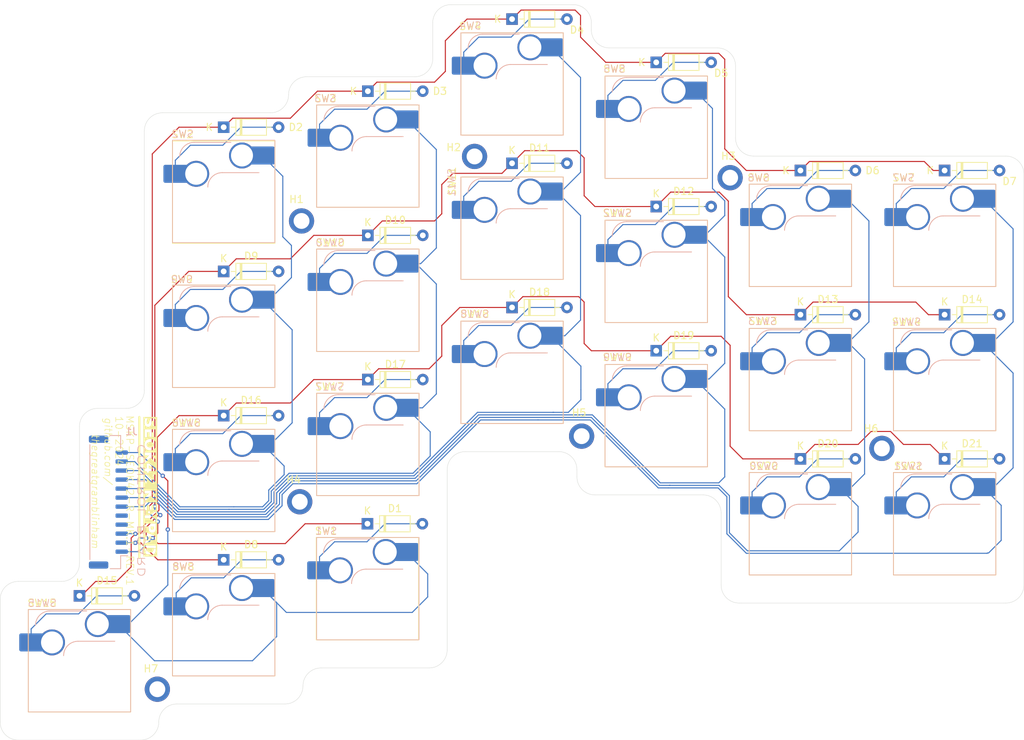
<source format=kicad_pcb>
(kicad_pcb (version 20240108) (generator "pcbnew") (generator_version "8.0")
  (layers (0 "F.Cu" signal) (31 "B.Cu" signal) (34 "B.Paste" user) (35 "F.Paste" user) (36 "B.SilkS" user "B.Silkscreen") (37 "F.SilkS" user "F.Silkscreen") (38 "B.Mask" user) (39 "F.Mask" user) (44 "Edge.Cuts" user))
  (net 0 "")
  (net 1 "Net-(D1-A)")
  (net 2 "Net-(D1-K)")
  (net 3 "Net-(D2-A)")
  (net 4 "Net-(D3-A)")
  (net 5 "Net-(D4-A)")
  (net 6 "Net-(D5-A)")
  (net 7 "Net-(D6-A)")
  (net 8 "Net-(D7-A)")
  (net 9 "Net-(D8-A)")
  (net 10 "Net-(D10-K)")
  (net 11 "Net-(D9-A)")
  (net 12 "Net-(D10-A)")
  (net 13 "Net-(D11-A)")
  (net 14 "Net-(D12-A)")
  (net 15 "Net-(D13-A)")
  (net 16 "Net-(D14-A)")
  (net 17 "Net-(D15-K)")
  (net 18 "Net-(D15-A)")
  (net 19 "Net-(D16-A)")
  (net 20 "Net-(D17-A)")
  (net 21 "Net-(D18-A)")
  (net 22 "Net-(D19-A)")
  (net 23 "Net-(D20-A)")
  (net 24 "Net-(D21-A)")
  (net 25 "Net-(J1-Pin_9)")
  (net 26 "Net-(J1-Pin_8)")
  (net 27 "Net-(J1-Pin_12)")
  (net 28 "Net-(J1-Pin_6)")
  (net 29 "Net-(J1-Pin_7)")
  (net 32 "Net-(J1-Pin_11)")
  (net 33 "Net-(J1-Pin_10)")
  (footprint "MountingHole:MountingHole_2.2mm_M2_ISO7380_Pad" (layer "F.Cu") (at 205.3 103.55)
    (property "Reference" "H6")
    (property "Value" "MountingHole_2.2mm_M2_ISO7380_Pad")
  )
  (footprint "Diode_THT:D_DO-35_SOD27_P7.62mm_Horizontal" (layer "F.Cu") (at 214 85)
    (property "Reference" "D14")
    (property "Value" "1N4148")
  )
  (footprint "ScottoKeebs_Hotswap:Hotswap_MX_Plated_1.00u" (layer "F.Cu") (at 134 83)
    (property "Reference" "SW10")
    (property "Value" "Switch")
  )
  (footprint "ScottoKeebs_Hotswap:Hotswap_MX_Plated_1.00u" (layer "F.Cu") (at 114 68)
    (property "Reference" "SW2")
    (property "Value" "Switch")
  )
  (footprint "ScottoKeebs_Hotswap:Hotswap_MX_Plated_1.00u" (layer "F.Cu") (at 214 114)
    (property "Reference" "SW21")
    (property "Value" "Switch")
  )
  (footprint "ScottoKeebs_Hotswap:Hotswap_MX_Plated_1.00u" (layer "F.Cu") (at 214 74)
    (property "Reference" "SW7")
    (property "Value" "Switch")
  )
  (footprint "MountingHole:MountingHole_2.2mm_M2_ISO7380_Pad" (layer "F.Cu") (at 124.55 110.95)
    (property "Reference" "H4")
    (property "Value" "MountingHole_2.2mm_M2_ISO7380_Pad")
  )
  (footprint "ScottoKeebs_Hotswap:Hotswap_MX_Plated_1.00u" (layer "F.Cu") (at 214 94)
    (property "Reference" "SW14")
    (property "Value" "Switch")
  )
  (footprint "Diode_THT:D_DO-35_SOD27_P7.62mm_Horizontal" (layer "F.Cu") (at 194 85)
    (property "Reference" "D13")
    (property "Value" "1N4148")
  )
  (footprint "MountingHole:MountingHole_2.2mm_M2_ISO7380_Pad" (layer "F.Cu") (at 163.65 101.85)
    (property "Reference" "H5")
    (property "Value" "MountingHole_2.2mm_M2_ISO7380_Pad")
  )
  (footprint "MountingHole:MountingHole_2.2mm_M2_ISO7380_Pad" (layer "F.Cu") (at 184.25 66)
    (property "Reference" "H3")
    (property "Value" "MountingHole_2.2mm_M2_ISO7380_Pad")
  )
  (footprint "ScottoKeebs_Hotswap:Hotswap_MX_Plated_1.00u" (layer "F.Cu") (at 94 133)
    (property "Reference" "SW15")
    (property "Value" "Switch")
  )
  (footprint "ScottoKeebs_Hotswap:Hotswap_MX_Plated_1.00u" (layer "F.Cu") (at 194 114)
    (property "Reference" "SW20")
    (property "Value" "Switch")
  )
  (footprint "ScottoKeebs_Hotswap:Hotswap_MX_Plated_1.00u" (layer "F.Cu") (at 133.9425 123)
    (property "Reference" "SW1")
    (property "Value" "Switch")
  )
  (footprint "Diode_THT:D_DO-35_SOD27_P7.62mm_Horizontal" (layer "F.Cu") (at 134 54)
    (property "Reference" "D3")
    (property "Value" "1N4148")
  )
  (footprint "ScottoKeebs_Hotswap:Hotswap_MX_Plated_1.00u" (layer "F.Cu") (at 174 59)
    (property "Reference" "SW5")
    (property "Value" "Switch")
  )
  (footprint "Diode_THT:D_DO-35_SOD27_P7.62mm_Horizontal" (layer "F.Cu") (at 154 44)
    (property "Reference" "D4")
    (property "Value" "1N4148")
  )
  (footprint "Diode_THT:D_DO-35_SOD27_P7.62mm_Horizontal" (layer "F.Cu") (at 214 105)
    (property "Reference" "D21")
    (property "Value" "1N4148")
  )
  (footprint "Diode_THT:D_DO-35_SOD27_P7.62mm_Horizontal" (layer "F.Cu") (at 174 70)
    (property "Reference" "D12")
    (property "Value" "1N4148")
  )
  (footprint "Diode_THT:D_DO-35_SOD27_P7.62mm_Horizontal" (layer "F.Cu") (at 154 84)
    (property "Reference" "D18")
    (property "Value" "1N4148")
  )
  (footprint "ScottoKeebs_Hotswap:Hotswap_MX_Plated_1.00u" (layer "F.Cu") (at 114 88)
    (property "Reference" "SW9")
    (property "Value" "Switch")
  )
  (footprint "MountingHole:MountingHole_2.2mm_M2_ISO7380_Pad" (layer "F.Cu") (at 148.8 63.05)
    (property "Reference" "H2")
    (property "Value" "MountingHole_2.2mm_M2_ISO7380_Pad")
  )
  (footprint "ScottoKeebs_Hotswap:Hotswap_MX_Plated_1.00u" (layer "F.Cu") (at 134 103)
    (property "Reference" "SW17")
    (property "Value" "Switch")
  )
  (footprint "Diode_THT:D_DO-35_SOD27_P7.62mm_Horizontal" (layer "F.Cu") (at 114 119)
    (property "Reference" "D8")
    (property "Value" "1N4148")
  )
  (footprint "ScottoKeebs_Hotswap:Hotswap_MX_Plated_1.00u" (layer "F.Cu") (at 154 73)
    (property "Reference" "SW11")
    (property "Value" "Switch")
  )
  (footprint "Diode_THT:D_DO-35_SOD27_P7.62mm_Horizontal" (layer "F.Cu") (at 174 90)
    (property "Reference" "D19")
    (property "Value" "1N4148")
  )
  (footprint "Diode_THT:D_DO-35_SOD27_P7.62mm_Horizontal" (layer "F.Cu") (at 134 94)
    (property "Reference" "D17")
    (property "Value" "1N4148")
  )
  (footprint "Diode_THT:D_DO-35_SOD27_P7.62mm_Horizontal" (layer "F.Cu") (at 154 64)
    (property "Reference" "D11")
    (property "Value" "1N4148")
  )
  (footprint "ScottoKeebs_Hotswap:Hotswap_MX_Plated_1.00u" (layer "F.Cu") (at 114 108)
    (property "Reference" "SW16")
    (property "Value" "Switch")
  )
  (footprint "ScottoKeebs_Hotswap:Hotswap_MX_Plated_1.00u" (layer "F.Cu") (at 154 93)
    (property "Reference" "SW18")
    (property "Value" "Switch")
  )
  (footprint "Diode_THT:D_DO-35_SOD27_P7.62mm_Horizontal" (layer "F.Cu") (at 94 124)
    (property "Reference" "D15")
    (property "Value" "1N4148")
  )
  (footprint "ScottoKeebs_Hotswap:Hotswap_MX_Plated_1.00u" (layer "F.Cu") (at 194 74)
    (property "Reference" "SW6")
    (property "Value" "Switch")
  )
  (footprint "MountingHole:MountingHole_2.2mm_M2_ISO7380_Pad" (layer "F.Cu") (at 124.8 72)
    (property "Reference" "H1")
    (property "Value" "MountingHole_2.2mm_M2_ISO7380_Pad")
  )
  (footprint "ScottoKeebs_Hotswap:Hotswap_MX_Plated_1.00u" (layer "F.Cu") (at 194 94)
    (property "Reference" "SW13")
    (property "Value" "Switch")
  )
  (footprint "MountingHole:MountingHole_2.2mm_M2_ISO7380_Pad" (layer "F.Cu") (at 104.8 136.95)
    (property "Reference" "H7")
    (property "Value" "MountingHole_2.2mm_M2_ISO7380_Pad")
  )
  (footprint "ScottoKeebs_Hotswap:Hotswap_MX_Plated_1.00u" (layer "F.Cu") (at 134 63)
    (property "Reference" "SW3")
    (property "Value" "Switch")
  )
  (footprint "Diode_THT:D_DO-35_SOD27_P7.62mm_Horizontal" (layer "F.Cu") (at 114 99)
    (property "Reference" "D16")
    (property "Value" "1N4148")
  )
  (footprint "Diode_THT:D_DO-35_SOD27_P7.62mm_Horizontal" (layer "F.Cu") (at 214 65)
    (property "Reference" "D7")
    (property "Value" "1N4148")
  )
  (footprint "Diode_THT:D_DO-35_SOD27_P7.62mm_Horizontal" (layer "F.Cu") (at 114 59)
    (property "Reference" "D2")
    (property "Value" "1N4148")
  )
  (footprint "Diode_THT:D_DO-35_SOD27_P7.62mm_Horizontal" (layer "F.Cu") (at 194 105)
    (property "Reference" "D20")
    (property "Value" "1N4148")
  )
  (footprint "ScottoKeebs_Hotswap:Hotswap_MX_Plated_1.00u" (layer "F.Cu") (at 174 79)
    (property "Reference" "SW12")
    (property "Value" "Switch")
  )
  (footprint "ScottoKeebs_Hotswap:Hotswap_MX_Plated_1.00u" (layer "F.Cu") (at 114 128)
    (property "Reference" "SW8")
    (property "Value" "Switch")
  )
  (footprint "Diode_THT:D_DO-35_SOD27_P7.62mm_Horizontal" (layer "F.Cu") (at 174 50)
    (property "Reference" "D5")
    (property "Value" "1N4148")
  )
  (footprint "ScottoKeebs_Hotswap:Hotswap_MX_Plated_1.00u" (layer "F.Cu") (at 174 99)
    (property "Reference" "SW19")
    (property "Value" "Switch")
  )
  (footprint "Diode_THT:D_DO-35_SOD27_P7.62mm_Horizontal" (layer "F.Cu") (at 133.9425 114)
    (property "Reference" "D1")
    (property "Value" "1N4148")
  )
  (footprint "Diode_THT:D_DO-35_SOD27_P7.62mm_Horizontal" (layer "F.Cu") (at 194 65)
    (property "Reference" "D6")
    (property "Value" "1N4148")
  )
  (footprint "Diode_THT:D_DO-35_SOD27_P7.62mm_Horizontal" (layer "F.Cu") (at 114 79)
    (property "Reference" "D9")
    (property "Value" "1N4148")
  )
  (footprint "Diode_THT:D_DO-35_SOD27_P7.62mm_Horizontal" (layer "F.Cu") (at 134 74)
    (property "Reference" "D10")
    (property "Value" "1N4148")
  )
  (footprint "ScottoKeebs_Hotswap:Hotswap_MX_Plated_1.00u" (layer "F.Cu") (at 154 53)
    (property "Reference" "SW4")
    (property "Value" "Switch")
  )
  (footprint "Connector_JST:JST_GH_SM12B-GHS-TB_1x12-1MP_P1.25mm_Horizontal" (layer "B.Cu") (at 98 111 90)
    (property "Reference" "J1")
    (property "Value" "Conn_01x12_Socket")
  )
  (gr_rect (start 86.9 125.9) (end 101.1 140.1) (stroke (width 0.1)) (fill none) (layer "B.SilkS"))
  (gr_rect (start 206.9 86.9) (end 221.1 101.1) (stroke (width 0.1)) (fill none) (layer "B.SilkS"))
  (gr_rect (start 106.9 60.8) (end 121.1 75) (stroke (width 0.1)) (fill none) (layer "B.SilkS"))
  (gr_rect (start 186.9 86.9) (end 201.1 101.1) (stroke (width 0.1)) (fill none) (layer "B.SilkS"))
  (gr_rect (start 126.9 75.9) (end 141.1 90.1) (stroke (width 0.1)) (fill none) (layer "B.SilkS"))
  (gr_rect (start 186.9 106.9) (end 201.1 121.1) (stroke (width 0.1)) (fill none) (layer "B.SilkS"))
  (gr_rect (start 186.9 66.9) (end 201.1 81.1) (stroke (width 0.1)) (fill none) (layer "B.SilkS"))
  (gr_rect (start 146.9 85.9) (end 161.1 100.1) (stroke (width 0.1)) (fill none) (layer "B.SilkS"))
  (gr_rect (start 106.9 100.9) (end 121.1 115.1) (stroke (width 0.1)) (fill none) (layer "B.SilkS"))
  (gr_rect (start 206.9 106.9) (end 221.1 121.1) (stroke (width 0.1)) (fill none) (layer "B.SilkS"))
  (gr_rect (start 146.9 65.9) (end 161.1 80.1) (stroke (width 0.1)) (fill none) (layer "B.SilkS"))
  (gr_rect (start 106.9 120.9) (end 121.1 135.1) (stroke (width 0.1)) (fill none) (layer "B.SilkS"))
  (gr_rect (start 146.9 45.9) (end 161.1 60.1) (stroke (width 0.1)) (fill none) (layer "B.SilkS"))
  (gr_rect (start 126.9 55.9) (end 141.1 70.1) (stroke (width 0.1)) (fill none) (layer "B.SilkS"))
  (gr_rect (start 166.9 91.9) (end 181.1 106.1) (stroke (width 0.1)) (fill none) (layer "B.SilkS"))
  (gr_rect (start 166.9 51.9) (end 181.1 66.1) (stroke (width 0.1)) (fill none) (layer "B.SilkS"))
  (gr_rect (start 126.9 115.9) (end 141.1 130.1) (stroke (width 0.1)) (fill none) (layer "B.SilkS"))
  (gr_rect (start 106.9 80.9) (end 121.1 95.1) (stroke (width 0.1)) (fill none) (layer "B.SilkS"))
  (gr_rect (start 206.9 66.9) (end 221.1 81.1) (stroke (width 0.1)) (fill none) (layer "B.SilkS"))
  (gr_rect (start 166.9 71.9) (end 181.1 86.1) (stroke (width 0.1)) (fill none) (layer "B.SilkS"))
  (gr_rect (start 126.9 95.9) (end 141.1 110.1) (stroke (width 0.1)) (fill none) (layer "B.SilkS"))
  (gr_line (start 102.3 99.2) (end 102.3 118.7) (stroke (width 0.3)) (layer "F.SilkS"))
  (gr_line (start 105.5 57) (end 120.5 57) (stroke (width 0.05)) (layer "Edge.Cuts"))
  (gr_arc (start 123 54.5) (mid 122.267767 56.267767) (end 120.5 57) (stroke (width 0.05)) (layer "Edge.Cuts"))
  (gr_line (start 83 141.5) (end 83 124.5) (stroke (width 0.05)) (layer "Edge.Cuts"))
  (gr_line (start 187.5 63) (end 222.5 63) (stroke (width 0.05)) (layer "Edge.Cuts"))
  (gr_line (start 102.5 144) (end 85.5 144) (stroke (width 0.05)) (layer "Edge.Cuts"))
  (gr_arc (start 103 59.5) (mid 103.732233 57.732233) (end 105.5 57) (stroke (width 0.05)) (layer "Edge.Cuts"))
  (gr_line (start 103 95.5) (end 103 59.5) (stroke (width 0.05)) (layer "Edge.Cuts"))
  (gr_line (start 183 122.5) (end 183 112.5) (stroke (width 0.05)) (layer "Edge.Cuts"))
  (gr_arc (start 185.5 125) (mid 183.732233 124.267767) (end 183 122.5) (stroke (width 0.05)) (layer "Edge.Cuts"))
  (gr_line (start 185 50.5) (end 185 60.5) (stroke (width 0.05)) (layer "Edge.Cuts"))
  (gr_arc (start 125 136.5) (mid 125.732233 134.732233) (end 127.5 134) (stroke (width 0.05)) (layer "Edge.Cuts"))
  (gr_arc (start 125 136.5) (mid 124.267767 138.267767) (end 122.5 139) (stroke (width 0.05)) (layer "Edge.Cuts"))
  (gr_line (start 142.5 134) (end 127.5 134) (stroke (width 0.05)) (layer "Edge.Cuts"))
  (gr_arc (start 187.5 63) (mid 185.732233 62.267767) (end 185 60.5) (stroke (width 0.05)) (layer "Edge.Cuts"))
  (gr_line (start 180.5 110) (end 165.5 110) (stroke (width 0.05)) (layer "Edge.Cuts"))
  (gr_arc (start 145 131.5) (mid 144.267767 133.267767) (end 142.5 134) (stroke (width 0.05)) (layer "Edge.Cuts"))
  (gr_arc (start 103 95.5) (mid 102.267767 97.267767) (end 100.5 98) (stroke (width 0.05)) (layer "Edge.Cuts"))
  (gr_line (start 160.5 104) (end 147.5 104) (stroke (width 0.05)) (layer "Edge.Cuts"))
  (gr_arc (start 123 54.5) (mid 123.732233 52.732233) (end 125.5 52) (stroke (width 0.05)) (layer "Edge.Cuts"))
  (gr_line (start 96.5 98) (end 100.5 98) (stroke (width 0.05)) (layer "Edge.Cuts"))
  (gr_arc (start 160.5 104) (mid 162.267767 104.732233) (end 163 106.5) (stroke (width 0.05)) (layer "Edge.Cuts"))
  (gr_arc (start 94 119.5) (mid 93.267767 121.267767) (end 91.5 122) (stroke (width 0.05)) (layer "Edge.Cuts"))
  (gr_arc (start 162.5 42) (mid 164.267767 42.732233) (end 165 44.5) (stroke (width 0.05)) (layer "Edge.Cuts"))
  (gr_arc (start 143 44.5) (mid 143.732233 42.732233) (end 145.5 42) (stroke (width 0.05)) (layer "Edge.Cuts"))
  (gr_line (start 167.5 48) (end 182.5 48) (stroke (width 0.05)) (layer "Edge.Cuts"))
  (gr_line (start 122.5 139) (end 107.5 139) (stroke (width 0.05)) (layer "Edge.Cuts"))
  (gr_arc (start 83 124.5) (mid 83.732233 122.732233) (end 85.5 122) (stroke (width 0.05)) (layer "Edge.Cuts"))
  (gr_line (start 94 119.5) (end 94 100.5) (stroke (width 0.05)) (layer "Edge.Cuts"))
  (gr_line (start 163 107.5) (end 163 106.5) (stroke (width 0.05)) (layer "Edge.Cuts"))
  (gr_arc (start 105 141.5) (mid 104.267767 143.267767) (end 102.5 144) (stroke (width 0.05)) (layer "Edge.Cuts"))
  (gr_arc (start 225 122.5) (mid 224.267767 124.267767) (end 222.5 125) (stroke (width 0.05)) (layer "Edge.Cuts"))
  (gr_line (start 145 106.5) (end 145 131.5) (stroke (width 0.05)) (layer "Edge.Cuts"))
  (gr_arc (start 105 141.5) (mid 105.732233 139.732233) (end 107.5 139) (stroke (width 0.05)) (layer "Edge.Cuts"))
  (gr_line (start 222.5 125) (end 185.5 125) (stroke (width 0.05)) (layer "Edge.Cuts"))
  (gr_arc (start 222.5 63) (mid 224.267767 63.732233) (end 225 65.5) (stroke (width 0.05)) (layer "Edge.Cuts"))
  (gr_arc (start 167.5 48) (mid 165.732233 47.267767) (end 165 45.5) (stroke (width 0.05)) (layer "Edge.Cuts"))
  (gr_arc (start 165.5 110) (mid 163.732233 109.267767) (end 163 107.5) (stroke (width 0.05)) (layer "Edge.Cuts"))
  (gr_arc (start 145 106.5) (mid 145.732233 104.732233) (end 147.5 104) (stroke (width 0.05)) (layer "Edge.Cuts"))
  (gr_arc (start 85.5 144) (mid 83.732233 143.267767) (end 83 141.5) (stroke (width 0.05)) (layer "Edge.Cuts"))
  (gr_arc (start 180.5 110) (mid 182.267767 110.732233) (end 183 112.5) (stroke (width 0.05)) (layer "Edge.Cuts"))
  (gr_line (start 125.5 52) (end 140.5 52) (stroke (width 0.05)) (layer "Edge.Cuts"))
  (gr_line (start 143 49.5) (end 143 44.5) (stroke (width 0.05)) (layer "Edge.Cuts"))
  (gr_arc (start 94 100.5) (mid 94.732233 98.732233) (end 96.5 98) (stroke (width 0.05)) (layer "Edge.Cuts"))
  (gr_line (start 145.5 42) (end 162.5 42) (stroke (width 0.05)) (layer "Edge.Cuts"))
  (gr_line (start 225 65.5) (end 225 122.5) (stroke (width 0.05)) (layer "Edge.Cuts"))
  (gr_arc (start 182.5 48) (mid 184.267767 48.732233) (end 185 50.5) (stroke (width 0.05)) (layer "Edge.Cuts"))
  (gr_line (start 165 44.5) (end 165 45.5) (stroke (width 0.05)) (layer "Edge.Cuts"))
  (gr_line (start 91.5 122) (end 85.5 122) (stroke (width 0.05)) (layer "Edge.Cuts"))
  (gr_arc (start 143 49.5) (mid 142.267767 51.267767) (end 140.5 52) (stroke (width 0.05)) (layer "Edge.Cuts"))
  (gr_text "SW16" (at 110.9 100.6 0) (layer "B.SilkS") (effects (font (size 1 1) (thickness 0.1)) (justify left bottom mirror)))
  (gr_text "SW19" (at 170.7 91.5 0) (layer "B.SilkS") (effects (font (size 1 1) (thickness 0.1)) (justify left bottom mirror)))
  (gr_text "SW9" (at 109.8 80.7 0) (layer "B.SilkS") (effects (font (size 1 1) (thickness 0.1)) (justify left bottom mirror)))
  (gr_text "SW5" (at 169.8 51.5 0) (layer "B.SilkS") (effects (font (size 1 1) (thickness 0.1)) (justify left bottom mirror)))
  (gr_text "SW7" (at 209.9 66.6 0) (layer "B.SilkS") (effects (font (size 1 1) (thickness 0.1)) (justify left bottom mirror)))
  (gr_text "SW20" (at 191 106.6 0) (layer "B.SilkS") (effects (font (size 1 1) (thickness 0.1)) (justify left bottom mirror)))
  (gr_text "SW6" (at 189.8 66.6 0) (layer "B.SilkS") (effects (font (size 1 1) (thickness 0.1)) (justify left bottom mirror)))
  (gr_text "SW2" (at 109.9 60.5 0) (layer "B.SilkS") (effects (font (size 1 1) (thickness 0.1)) (justify left bottom mirror)))
  (gr_text "SW4" (at 149.8 45.5 0) (layer "B.SilkS") (effects (font (size 1 1) (thickness 0.1)) (justify left bottom mirror)))
  (gr_text "CONTROL BOARD" (at 103.2 102.8 90) (layer "B.SilkS") (effects (font (size 1 1.5) (thickness 0.1)) (justify left bottom mirror)))
  (gr_text "SW12" (at 170.7 71.5 0) (layer "B.SilkS") (effects (font (size 1 1) (thickness 0.1)) (justify left bottom mirror)))
  (gr_text "SW13" (at 190.8 86.5 0) (layer "B.SilkS") (effects (font (size 1 1) (thickness 0.1)) (justify left bottom mirror)))
  (gr_text "SW10" (at 130.8 75.6 0) (layer "B.SilkS") (effects (font (size 1 1) (thickness 0.1)) (justify left bottom mirror)))
  (gr_text "SW14" (at 210.8 86.6 0) (layer "B.SilkS") (effects (font (size 1 1) (thickness 0.1)) (justify left bottom mirror)))
  (gr_text "SW15" (at 90.9 125.6 0) (layer "B.SilkS") (effects (font (size 1 1) (thickness 0.1)) (justify left bottom mirror)))
  (gr_text "SW17" (at 130.8 95.6 0) (layer "B.SilkS") (effects (font (size 1 1) (thickness 0.1)) (justify left bottom mirror)))
  (gr_text "SW11" (at 146.2 64.6 90) (layer "B.SilkS") (effects (font (size 1 1) (thickness 0.1)) (justify left bottom mirror)))
  (gr_text "SW8" (at 110 120.5 0) (layer "B.SilkS") (effects (font (size 1 1) (thickness 0.1)) (justify left bottom mirror)))
  (gr_text "SW3" (at 129.7 55.6 0) (layer "B.SilkS") (effects (font (size 1 1) (thickness 0.1)) (justify left bottom mirror)))
  (gr_text "SW21" (at 211 106.6 0) (layer "B.SilkS") (effects (font (size 1 1) (thickness 0.1)) (justify left bottom mirror)))
  (gr_text "SW1" (at 129.8 115.6 0) (layer "B.SilkS") (effects (font (size 1 1) (thickness 0.1)) (justify left bottom mirror)))
  (gr_text "SW18" (at 150.9 85.5 0) (layer "B.SilkS") (effects (font (size 1 1) (thickness 0.1)) (justify left bottom mirror)))
  (gr_text "github.com/" (at 97.4 99.2 270) (layer "F.SilkS") (effects (font (size 1 1) (thickness 0.1) (italic yes)) (justify left bottom)))
  (gr_text "thegreatgramblinham" (at 95.6 101.5 -90) (layer "F.SilkS") (effects (font (size 1 1) (thickness 0.1) (italic yes)) (justify left bottom)))
  (gr_text "Mk" (at 102.9 116 -90) (layer "F.SilkS") (effects (font (size 1.5 1) (thickness 0.1)) (justify left bottom)))
  (gr_text "10-2024" (at 98.9 99 -90) (layer "F.SilkS") (effects (font (size 1 1) (thickness 0.1)) (justify left bottom)))
  (gr_text "SEOK42 KEYPAD" (at 102.8 99.2 -90) (layer "F.SilkS" knockout) (effects (font (size 1.5 1.5) (thickness 0.3) (bold yes)) (justify left bottom)))
  (gr_text "MSKP-SEOK42-R-MK.1-REV.1" (at 100.4 98.9 -90) (layer "F.SilkS") (effects (font (size 1 1) (thickness 0.1)) (justify left bottom)))
  (gr_text "I" (at 102.9 118.1 -90) (layer "F.SilkS") (effects (font (size 1 1) (thickness 0.1)) (justify left bottom)))
  (segment (start 129.38 116.5) (end 127.295 118.585) (width 0.15) (layer "B.Cu") (net 1))
  (segment (start 141.5 114) (end 136.38 114) (width 0.15) (layer "B.Cu") (net 1))
  (segment (start 136.38 114) (end 133.88 116.5) (width 0.15) (layer "B.Cu") (net 1))
  (segment (start 127.295 118.585) (end 127.295 120.46) (width 0.15) (layer "B.Cu") (net 1))
  (segment (start 133.88 116.5) (end 129.38 116.5) (width 0.15) (layer "B.Cu") (net 1))
  (segment (start 175.25 48.75) (end 174 50) (width 0.15) (layer "F.Cu") (net 2))
  (segment (start 167 50) (end 163.5 46.5) (width 0.15) (layer "F.Cu") (net 2))
  (segment (start 114 59) (end 107.8 59) (width 0.15) (layer "F.Cu") (net 2))
  (segment (start 104.85 115.3) (end 104.15 116) (width 0.15) (layer "F.Cu") (net 2))
  (segment (start 211.175 63.75) (end 195.25 63.75) (width 0.15) (layer "F.Cu") (net 2))
  (segment (start 163.5 46.5) (end 163.5 43.5) (width 0.15) (layer "F.Cu") (net 2))
  (segment (start 214 65) (end 212.425 65) (width 0.15) (layer "F.Cu") (net 2))
  (segment (start 183.5 62) (end 183.5 49.575) (width 0.15) (layer "F.Cu") (net 2))
  (segment (start 104.9 116.75) (end 104.15 116) (width 0.15) (layer "F.Cu") (net 2))
  (segment (start 174 50) (end 167 50) (width 0.15) (layer "F.Cu") (net 2))
  (segment (start 147.75 44) (end 144.75 47) (width 0.15) (layer "F.Cu") (net 2))
  (segment (start 143.25 52.75) (end 135.25 52.75) (width 0.15) (layer "F.Cu") (net 2))
  (segment (start 103.65 111.586827) (end 103.65 112.4) (width 0.15) (layer "F.Cu") (net 2))
  (segment (start 183.5 49.575) (end 182.675 48.75) (width 0.15) (layer "F.Cu") (net 2))
  (segment (start 212.425 65) (end 211.175 63.75) (width 0.15) (layer "F.Cu") (net 2))
  (segment (start 122.55 116.75) (end 104.9 116.75) (width 0.15) (layer "F.Cu") (net 2))
  (segment (start 163.5 43.5) (end 162.75 42.75) (width 0.15) (layer "F.Cu") (net 2))
  (segment (start 186.5 65) (end 183.5 62) (width 0.15) (layer "F.Cu") (net 2))
  (segment (start 123.25 57.75) (end 115.25 57.75) (width 0.15) (layer "F.Cu") (net 2))
  (segment (start 144.75 51.25) (end 143.25 52.75) (width 0.15) (layer "F.Cu") (net 2))
  (segment (start 115.25 57.75) (end 114 59) (width 0.15) (layer "F.Cu") (net 2))
  (segment (start 182.675 48.75) (end 175.25 48.75) (width 0.15) (layer "F.Cu") (net 2))
  (segment (start 104.1 62.7) (end 104.1 111.136827) (width 0.15) (layer "F.Cu") (net 2))
  (segment (start 195.25 63.75) (end 194 65) (width 0.15) (layer "F.Cu") (net 2))
  (segment (start 154 44) (end 147.75 44) (width 0.15) (layer "F.Cu") (net 2))
  (segment (start 134 54) (end 127 54) (width 0.15) (layer "F.Cu") (net 2))
  (segment (start 104.1 111.136827) (end 103.65 111.586827) (width 0.15) (layer "F.Cu") (net 2))
  (segment (start 107.8 59) (end 104.1 62.7) (width 0.15) (layer "F.Cu") (net 2))
  (segment (start 194 65) (end 186.5 65) (width 0.15) (layer "F.Cu") (net 2))
  (segment (start 104.85 113.7) (end 104.85 115.3) (width 0.15) (layer "F.Cu") (net 2))
  (segment (start 155.25 42.75) (end 154 44) (width 0.15) (layer "F.Cu") (net 2))
  (segment (start 135.25 52.75) (end 134 54) (width 0.15) (layer "F.Cu") (net 2))
  (segment (start 144.75 47) (end 144.75 51.25) (width 0.15) (layer "F.Cu") (net 2))
  (segment (start 133.9425 114) (end 125.3 114) (width 0.15) (layer "F.Cu") (net 2))
  (segment (start 125.3 114) (end 122.55 116.75) (width 0.15) (layer "F.Cu") (net 2))
  (segment (start 127 54) (end 123.25 57.75) (width 0.15) (layer "F.Cu") (net 2))
  (segment (start 162.75 42.75) (end 155.25 42.75) (width 0.15) (layer "F.Cu") (net 2))
  (via blind (at 104.85 113.7) (size 0.6) (drill 0.3) (layers "F.Cu" "B.Cu") (net 2))
  (via blind (at 104.15 116) (size 0.6) (drill 0.3) (layers "F.Cu" "B.Cu") (net 2))
  (via blind (at 103.65 112.4) (size 0.6) (drill 0.3) (layers "F.Cu" "B.Cu") (net 2))
  (segment (start 102.275 117.875) (end 104.15 116) (width 0.15) (layer "B.Cu") (net 2))
  (segment (start 103.65 112.4) (end 103.65 112.5) (width 0.15) (layer "B.Cu") (net 2))
  (segment (start 103.65 112.5) (end 104.85 113.7) (width 0.15) (layer "B.Cu") (net 2))
  (segment (start 99.85 117.875) (end 102.275 117.875) (width 0.15) (layer "B.Cu") (net 2))
  (segment (start 116.38 59) (end 113.88 61.5) (width 0.15) (layer "B.Cu") (net 3))
  (segment (start 121.5 59) (end 116.38 59) (width 0.15) (layer "B.Cu") (net 3))
  (segment (start 107.295 63.585) (end 107.295 65.46) (width 0.15) (layer "B.Cu") (net 3))
  (segment (start 113.88 61.5) (end 109.38 61.5) (width 0.15) (layer "B.Cu") (net 3))
  (segment (start 109.38 61.5) (end 107.295 63.585) (width 0.15) (layer "B.Cu") (net 3))
  (segment (start 136.38 54) (end 133.88 56.5) (width 0.15) (layer "B.Cu") (net 4))
  (segment (start 127.295 58.585) (end 127.295 60.46) (width 0.15) (layer "B.Cu") (net 4))
  (segment (start 129.38 56.5) (end 127.295 58.585) (width 0.15) (layer "B.Cu") (net 4))
  (segment (start 133.88 56.5) (end 129.38 56.5) (width 0.15) (layer "B.Cu") (net 4))
  (segment (start 141.5 54) (end 136.38 54) (width 0.15) (layer "B.Cu") (net 4))
  (segment (start 156.38 44) (end 153.88 46.5) (width 0.15) (layer "B.Cu") (net 5))
  (segment (start 153.88 46.5) (end 149.38 46.5) (width 0.15) (layer "B.Cu") (net 5))
  (segment (start 147.295 48.585) (end 147.295 50.46) (width 0.15) (layer "B.Cu") (net 5))
  (segment (start 161.5 44) (end 156.38 44) (width 0.15) (layer "B.Cu") (net 5))
  (segment (start 149.38 46.5) (end 147.295 48.585) (width 0.15) (layer "B.Cu") (net 5))
  (segment (start 169.38 52.5) (end 167.295 54.585) (width 0.15) (layer "B.Cu") (net 6))
  (segment (start 181.5 50) (end 176.38 50) (width 0.15) (layer "B.Cu") (net 6))
  (segment (start 176.38 50) (end 173.88 52.5) (width 0.15) (layer "B.Cu") (net 6))
  (segment (start 167.295 54.585) (end 167.295 56.46) (width 0.15) (layer "B.Cu") (net 6))
  (segment (start 173.88 52.5) (end 169.38 52.5) (width 0.15) (layer "B.Cu") (net 6))
  (segment (start 196.38 65) (end 193.88 67.5) (width 0.15) (layer "B.Cu") (net 7))
  (segment (start 187.295 69.585) (end 187.295 71.46) (width 0.15) (layer "B.Cu") (net 7))
  (segment (start 189.38 67.5) (end 187.295 69.585) (width 0.15) (layer "B.Cu") (net 7))
  (segment (start 193.88 67.5) (end 189.38 67.5) (width 0.15) (layer "B.Cu") (net 7))
  (segment (start 201.5 65) (end 196.38 65) (width 0.15) (layer "B.Cu") (net 7))
  (segment (start 216.38 65) (end 213.88 67.5) (width 0.15) (layer "B.Cu") (net 8))
  (segment (start 207.295 69.585) (end 207.295 71.46) (width 0.15) (layer "B.Cu") (net 8))
  (segment (start 213.88 67.5) (end 209.38 67.5) (width 0.15) (layer "B.Cu") (net 8))
  (segment (start 221.5 65) (end 216.38 65) (width 0.15) (layer "B.Cu") (net 8))
  (segment (start 209.38 67.5) (end 207.295 69.585) (width 0.15) (layer "B.Cu") (net 8))
  (segment (start 116.5 119) (end 114 121.5) (width 0.15) (layer "B.Cu") (net 9))
  (segment (start 107.415 123.585) (end 107.415 125.46) (width 0.15) (layer "B.Cu") (net 9))
  (segment (start 109.5 121.5) (end 107.415 123.585) (width 0.15) (layer "B.Cu") (net 9))
  (segment (start 114 121.5) (end 109.5 121.5) (width 0.15) (layer "B.Cu") (net 9))
  (segment (start 121.62 119) (end 116.5 119) (width 0.15) (layer "B.Cu") (net 9))
  (segment (start 195.75 83.25) (end 194 85) (width 0.15) (layer "F.Cu") (net 10))
  (segment (start 184 69.25) (end 182.75 68) (width 0.15) (layer "F.Cu") (net 10))
  (segment (start 164 63.25) (end 163 62.25) (width 0.15) (layer "F.Cu") (net 10))
  (segment (start 104.275 113.475) (end 103.25 114.5) (width 0.15) (layer "F.Cu") (net 10))
  (segment (start 174 70) (end 165.5 70) (width 0.15) (layer "F.Cu") (net 10))
  (segment (start 184 82.5) (end 184 69.25) (width 0.15) (layer "F.Cu") (net 10))
  (segment (start 115.75 77.25) (end 114 79) (width 0.15) (layer "F.Cu") (net 10))
  (segment (start 182.75 68) (end 176 68) (width 0.15) (layer "F.Cu") (net 10))
  (segment (start 194 85) (end 186.5 85) (width 0.15) (layer "F.Cu") (net 10))
  (segment (start 104.936827 112.8) (end 104.275 113.461827) (width 0.15) (layer "F.Cu") (net 10))
  (segment (start 165.5 70) (end 164 68.5) (width 0.15) (layer "F.Cu") (net 10))
  (segment (start 152.6 65.4) (end 154 64) (width 0.15) (layer "F.Cu") (net 10))
  (segment (start 103.25 114.5) (end 103.25 116) (width 0.15) (layer "F.Cu") (net 10))
  (segment (start 211.75 85) (end 210 83.25) (width 0.15) (layer "F.Cu") (net 10))
  (segment (start 134 74) (end 136 72) (width 0.15) (layer "F.Cu") (net 10))
  (segment (start 210 83.25) (end 195.75 83.25) (width 0.15) (layer "F.Cu") (net 10))
  (segment (start 176 68) (end 174 70) (width 0.15) (layer "F.Cu") (net 10))
  (segment (start 164 68.5) (end 164 63.25) (width 0.15) (layer "F.Cu") (net 10))
  (segment (start 104.855026 119) (end 102.505026 116.65) (width 0.15) (layer "F.Cu") (net 10))
  (segment (start 163 62.25) (end 155.75 62.25) (width 0.15) (layer "F.Cu") (net 10))
  (segment (start 186.5 85) (end 184 82.5) (width 0.15) (layer "F.Cu") (net 10))
  (segment (start 136 72) (end 143.25 72) (width 0.15) (layer "F.Cu") (net 10))
  (segment (start 109.15 79) (end 104.45 83.7) (width 0.15) (layer "F.Cu") (net 10))
  (segment (start 155.75 62.25) (end 154 64) (width 0.15) (layer "F.Cu") (net 10))
  (segment (start 104.45 83.7) (end 104.45 111.6) (width 0.15) (layer "F.Cu") (net 10))
  (segment (start 105.2 112.8) (end 104.936827 112.8) (width 0.15) (layer "F.Cu") (net 10))
  (segment (start 126.5 74) (end 123.25 77.25) (width 0.15) (layer "F.Cu") (net 10))
  (segment (start 114 79) (end 109.15 79) (width 0.15) (layer "F.Cu") (net 10))
  (segment (start 123.25 77.25) (end 115.75 77.25) (width 0.15) (layer "F.Cu") (net 10))
  (segment (start 114 119) (end 104.855026 119) (width 0.15) (layer "F.Cu") (net 10))
  (segment (start 214 85) (end 211.75 85) (width 0.15) (layer "F.Cu") (net 10))
  (segment (start 134 74) (end 126.5 74) (width 0.15) (layer "F.Cu") (net 10))
  (segment (start 104.275 113.461827) (end 104.275 113.475) (width 0.15) (layer "F.Cu") (net 10))
  (segment (start 144.25 66.95) (end 145.8 65.4) (width 0.15) (layer "F.Cu") (net 10))
  (segment (start 144.25 71) (end 144.25 66.95) (width 0.15) (layer "F.Cu") (net 10))
  (segment (start 145.8 65.4) (end 152.6 65.4) (width 0.15) (layer "F.Cu") (net 10))
  (segment (start 102.505026 116.65) (end 101.75 116.65) (width 0.15) (layer "F.Cu") (net 10))
  (segment (start 143.25 72) (end 144.25 71) (width 0.15) (layer "F.Cu") (net 10))
  (via blind (at 104.45 111.6) (size 0.6) (drill 0.3) (layers "F.Cu" "B.Cu") (net 10))
  (via blind (at 103.25 116) (size 0.6) (drill 0.3) (layers "F.Cu" "B.Cu") (net 10))
  (via blind (at 101.75 116.65) (size 0.6) (drill 0.3) (layers "F.Cu" "B.Cu") (net 10))
  (via blind (at 105.2 112.8) (size 0.6) (drill 0.3) (layers "F.Cu" "B.Cu") (net 10))
  (segment (start 104.45 111.6) (end 104.45 112.05) (width 0.15) (layer "B.Cu") (net 10))
  (segment (start 102.4 116) (end 101.75 116.65) (width 0.15) (layer "B.Cu") (net 10))
  (segment (start 101.75 116.65) (end 101.725 116.625) (width 0.15) (layer "B.Cu") (net 10))
  (segment (start 101.725 116.625) (end 99.85 116.625) (width 0.15) (layer "B.Cu") (net 10))
  (segment (start 104.45 112.05) (end 105.2 112.8) (width 0.15) (layer "B.Cu") (net 10))
  (segment (start 103.25 116) (end 102.4 116) (width 0.15) (layer "B.Cu") (net 10))
  (segment (start 116.38 79) (end 113.88 81.5) (width 0.15) (layer "B.Cu") (net 11))
  (segment (start 109.38 81.5) (end 107.295 83.585) (width 0.15) (layer "B.Cu") (net 11))
  (segment (start 121.5 79) (end 116.38 79) (width 0.15) (layer "B.Cu") (net 11))
  (segment (start 107.295 83.585) (end 107.295 85.46) (width 0.15) (layer "B.Cu") (net 11))
  (segment (start 113.88 81.5) (end 109.38 81.5) (width 0.15) (layer "B.Cu") (net 11))
  (segment (start 127.295 78.585) (end 127.295 80.46) (width 0.15) (layer "B.Cu") (net 12))
  (segment (start 133.88 76.5) (end 129.38 76.5) (width 0.15) (layer "B.Cu") (net 12))
  (segment (start 136.38 74) (end 133.88 76.5) (width 0.15) (layer "B.Cu") (net 12))
  (segment (start 129.38 76.5) (end 127.295 78.585) (width 0.15) (layer "B.Cu") (net 12))
  (segment (start 141.5 74) (end 136.38 74) (width 0.15) (layer "B.Cu") (net 12))
  (segment (start 153.88 66.5) (end 149.38 66.5) (width 0.15) (layer "B.Cu") (net 13))
  (segment (start 161.5 64) (end 156.38 64) (width 0.15) (layer "B.Cu") (net 13))
  (segment (start 147.295 68.585) (end 147.295 70.46) (width 0.15) (layer "B.Cu") (net 13))
  (segment (start 156.38 64) (end 153.88 66.5) (width 0.15) (layer "B.Cu") (net 13))
  (segment (start 149.38 66.5) (end 147.295 68.585) (width 0.15) (layer "B.Cu") (net 13))
  (segment (start 181.5 70) (end 176.38 70) (width 0.15) (layer "B.Cu") (net 14))
  (segment (start 173.88 72.5) (end 169.38 72.5) (width 0.15) (layer "B.Cu") (net 14))
  (segment (start 169.38 72.5) (end 167.295 74.585) (width 0.15) (layer "B.Cu") (net 14))
  (segment (start 167.295 74.585) (end 167.295 76.46) (width 0.15) (layer "B.Cu") (net 14))
  (segment (start 176.38 70) (end 173.88 72.5) (width 0.15) (layer "B.Cu") (net 14))
  (segment (start 189.38 87.5) (end 187.295 89.585) (width 0.15) (layer "B.Cu") (net 15))
  (segment (start 196.38 85) (end 193.88 87.5) (width 0.15) (layer "B.Cu") (net 15))
  (segment (start 201.5 85) (end 196.38 85) (width 0.15) (layer "B.Cu") (net 15))
  (segment (start 193.88 87.5) (end 189.38 87.5) (width 0.15) (layer "B.Cu") (net 15))
  (segment (start 187.295 89.585) (end 187.295 91.46) (width 0.15) (layer "B.Cu") (net 15))
  (segment (start 207.295 89.585) (end 207.295 91.46) (width 0.15) (layer "B.Cu") (net 16))
  (segment (start 209.38 87.5) (end 207.295 89.585) (width 0.15) (layer "B.Cu") (net 16))
  (segment (start 216.38 85) (end 213.88 87.5) (width 0.15) (layer "B.Cu") (net 16))
  (segment (start 221.5 85) (end 216.38 85) (width 0.15) (layer "B.Cu") (net 16))
  (segment (start 213.88 87.5) (end 209.38 87.5) (width 0.15) (layer "B.Cu") (net 16))
  (segment (start 94.25 124) (end 96.25 122) (width 0.15) (layer "F.Cu") (net 17))
  (segment (start 194 105) (end 186 105) (width 0.15) (layer "F.Cu") (net 17))
  (segment (start 183 88) (end 176 88) (width 0.15) (layer "F.Cu") (net 17))
  (segment (start 104.8 102) (end 104.8 111.136827) (width 0.15) (layer "F.Cu") (net 17))
  (segment (start 102.9 114.9) (end 102.4 115.4) (width 0.15) (layer "F.Cu") (net 17))
  (segment (start 163.25 82.5) (end 155.5 82.5) (width 0.15) (layer "F.Cu") (net 17))
  (segment (start 142.5 92.5) (end 135.5 92.5) (width 0.15) (layer "F.Cu") (net 17))
  (segment (start 176 88) (end 174 90) (width 0.15) (layer "F.Cu") (net 17))
  (segment (start 101.175 115.975) (end 101.75 115.4) (width 0.15) (layer "F.Cu") (net 17))
  (segment (start 105.025 111.361827) (end 105.025 112.124999) (width 0.15) (layer "F.Cu") (net 17))
  (segment (start 212 103) (end 214 105) (width 0.15) (layer "F.Cu") (net 17))
  (segment (start 104.8 111.136827) (end 105.025 111.361827) (width 0.15) (layer "F.Cu") (net 17))
  (segment (start 135.5 92.5) (end 134 94) (width 0.15) (layer "F.Cu") (net 17))
  (segment (start 102.4 115.4) (end 101.75 115.4) (width 0.15) (layer "F.Cu") (net 17))
  (segment (start 154 84) (end 146.75 84) (width 0.15) (layer "F.Cu") (net 17))
  (segment (start 107.8 99) (end 104.8 102) (width 0.15) (layer "F.Cu") (net 17))
  (segment (start 144.25 86.5) (end 144.25 90.75) (width 0.15) (layer "F.Cu") (net 17))
  (segment (start 144.25 90.75) (end 142.5 92.5) (width 0.15) (layer "F.Cu") (net 17))
  (segment (start 184.25 103.25) (end 184.25 89.25) (width 0.15) (layer "F.Cu") (net 17))
  (segment (start 164 89) (end 164 83.25) (width 0.15) (layer "F.Cu") (net 17))
  (segment (start 155.5 82.5) (end 154 84) (width 0.15) (layer "F.Cu") (net 17))
  (segment (start 206.5 101.2) (end 208.3 103) (width 0.15) (layer "F.Cu") (net 17))
  (segment (start 208.3 103) (end 212 103) (width 0.15) (layer "F.Cu") (net 17))
  (segment (start 94 124) (end 94.25 124) (width 0.15) (layer "F.Cu") (net 17))
  (segment (start 99.15 122) (end 101.175 119.975) (width 0.15) (layer "F.Cu") (net 17))
  (segment (start 203.8 101.2) (end 206.5 101.2) (width 0.15) (layer "F.Cu") (net 17))
  (segment (start 134 94) (end 126.5 94) (width 0.15) (layer "F.Cu") (net 17))
  (segment (start 126.5 94) (end 123.25 97.25) (width 0.15) (layer "F.Cu") (net 17))
  (segment (start 194 105) (end 196 103) (width 0.15) (layer "F.Cu") (net 17))
  (segment (start 202 103) (end 203.8 101.2) (width 0.15) (layer "F.Cu") (net 17))
  (segment (start 186 105) (end 184.25 103.25) (width 0.15) (layer "F.Cu") (net 17))
  (segment (start 184.25 89.25) (end 183 88) (width 0.15) (layer "F.Cu") (net 17))
  (segment (start 123.25 97.25) (end 115.75 97.25) (width 0.15) (layer "F.Cu") (net 17))
  (segment (start 164 83.25) (end 163.25 82.5) (width 0.15) (layer "F.Cu") (net 17))
  (segment (start 174 90) (end 165 90) (width 0.15) (layer "F.Cu") (net 17))
  (segment (start 101.175 119.975) (end 101.175 115.975) (width 0.15) (layer "F.Cu") (net 17))
  (segment (start 165 90) (end 164 89) (width 0.15) (layer "F.Cu") (net 17))
  (segment (start 115.75 97.25) (end 114 99) (width 0.15) (layer "F.Cu") (net 17))
  (segment (start 114 99) (end 107.8 99) (width 0.15) (layer "F.Cu") (net 17))
  (segment (start 196 103) (end 202 103) (width 0.15) (layer "F.Cu") (net 17))
  (segment (start 146.75 84) (end 144.25 86.5) (width 0.15) (layer "F.Cu") (net 17))
  (segment (start 105.025 112.124999) (end 102.9 114.249999) (width 0.15) (layer "F.Cu") (net 17))
  (segment (start 96.25 122) (end 99.15 122) (width 0.15) (layer "F.Cu") (net 17))
  (segment (start 102.9 114.249999) (end 102.9 114.9) (width 0.15) (layer "F.Cu") (net 17))
  (via (at 101.75 115.4) (size 0.6) (drill 0.3) (layers "F.Cu" "B.Cu") (net 17))
  (segment (start 101.75 115.4) (end 101.725 115.375) (width 0.15) (layer "B.Cu") (net 17))
  (segment (start 101.725 115.375) (end 99.85 115.375) (width 0.15) (layer "B.Cu") (net 17))
  (segment (start 89.38 126.5) (end 87.295 128.585) (width 0.15) (layer "B.Cu") (net 18))
  (segment (start 87.295 128.585) (end 87.295 130.46) (width 0.15) (layer "B.Cu") (net 18))
  (segment (start 96.38 124) (end 93.88 126.5) (width 0.15) (layer "B.Cu") (net 18))
  (segment (start 93.88 126.5) (end 89.38 126.5) (width 0.15) (layer "B.Cu") (net 18))
  (segment (start 101.5 124) (end 96.38 124) (width 0.15) (layer "B.Cu") (net 18))
  (segment (start 116.38 99) (end 113.88 101.5) (width 0.15) (layer "B.Cu") (net 19))
  (segment (start 113.88 101.5) (end 109.38 101.5) (width 0.15) (layer "B.Cu") (net 19))
  (segment (start 109.38 101.5) (end 107.295 103.585) (width 0.15) (layer "B.Cu") (net 19))
  (segment (start 107.295 103.585) (end 107.295 105.46) (width 0.15) (layer "B.Cu") (net 19))
  (segment (start 121.5 99) (end 116.38 99) (width 0.15) (layer "B.Cu") (net 19))
  (segment (start 133.88 96.5) (end 129.38 96.5) (width 0.15) (layer "B.Cu") (net 20))
  (segment (start 136.38 94) (end 133.88 96.5) (width 0.15) (layer "B.Cu") (net 20))
  (segment (start 141.5 94) (end 136.38 94) (width 0.15) (layer "B.Cu") (net 20))
  (segment (start 129.38 96.5) (end 127.295 98.585) (width 0.15) (layer "B.Cu") (net 20))
  (segment (start 127.295 98.585) (end 127.295 100.46) (width 0.15) (layer "B.Cu") (net 20))
  (segment (start 161.5 84) (end 156.38 84) (width 0.15) (layer "B.Cu") (net 21))
  (segment (start 149.38 86.5) (end 147.295 88.585) (width 0.15) (layer "B.Cu") (net 21))
  (segment (start 156.38 84) (end 153.88 86.5) (width 0.15) (layer "B.Cu") (net 21))
  (segment (start 147.295 88.585) (end 147.295 90.46) (width 0.15) (layer "B.Cu") (net 21))
  (segment (start 153.88 86.5) (end 149.38 86.5) (width 0.15) (layer "B.Cu") (net 21))
  (segment (start 181.5 90) (end 176.38 90) (width 0.15) (layer "B.Cu") (net 22))
  (segment (start 169.38 92.5) (end 167.295 94.585) (width 0.15) (layer "B.Cu") (net 22))
  (segment (start 176.38 90) (end 173.88 92.5) (width 0.15) (layer "B.Cu") (net 22))
  (segment (start 173.88 92.5) (end 169.38 92.5) (width 0.15) (layer "B.Cu") (net 22))
  (segment (start 167.295 94.585) (end 167.295 96.46) (width 0.15) (layer "B.Cu") (net 22))
  (segment (start 187.295 109.585) (end 187.295 111.46) (width 0.15) (layer "B.Cu") (net 23))
  (segment (start 196.38 105) (end 193.88 107.5) (width 0.15) (layer "B.Cu") (net 23))
  (segment (start 193.88 107.5) (end 189.38 107.5) (width 0.15) (layer "B.Cu") (net 23))
  (segment (start 189.38 107.5) (end 187.295 109.585) (width 0.15) (layer "B.Cu") (net 23))
  (segment (start 201.5 105) (end 196.38 105) (width 0.15) (layer "B.Cu") (net 23))
  (segment (start 221.5 105) (end 216.38 105) (width 0.15) (layer "B.Cu") (net 24))
  (segment (start 216.38 105) (end 213.88 107.5) (width 0.15) (layer "B.Cu") (net 24))
  (segment (start 213.88 107.5) (end 209.38 107.5) (width 0.15) (layer "B.Cu") (net 24))
  (segment (start 209.38 107.5) (end 207.295 109.585) (width 0.15) (layer "B.Cu") (net 24))
  (segment (start 207.295 109.585) (end 207.295 111.46) (width 0.15) (layer "B.Cu") (net 24))
  (segment (start 149.2 98.55) (end 140.4 107.35) (width 0.15) (layer "B.Cu") (net 25))
  (segment (start 120.977513 109.587563) (end 120.977513 111.062435) (width 0.15) (layer "B.Cu") (net 25))
  (segment (start 163.5 65.25) (end 163.5 52.1) (width 0.15) (layer "B.Cu") (net 25))
  (segment (start 159.32 67.92) (end 160.83 67.92) (width 0.15) (layer "B.Cu") (net 25))
  (segment (start 107.634923 112.35) (end 103.159923 107.875) (width 0.15) (layer "B.Cu") (net 25))
  (segment (start 103.159923 107.875) (end 99.85 107.875) (width 0.15) (layer "B.Cu") (net 25))
  (segment (start 161.33 87.92) (end 163.5 85.75) (width 0.15) (layer "B.Cu") (net 25))
  (segment (start 161.8 98.55) (end 159.75 98.55) (width 0.15) (layer "B.Cu") (net 25))
  (segment (start 163.5 85.75) (end 163.5 71.25) (width 0.15) (layer "B.Cu") (net 25))
  (segment (start 163.5 71.25) (end 160.17 67.92) (width 0.15) (layer "B.Cu") (net 25))
  (segment (start 160.83 67.92) (end 163.5 65.25) (width 0.15) (layer "B.Cu") (net 25))
  (segment (start 159.32 87.92) (end 163.55 92.15) (width 0.15) (layer "B.Cu") (net 25))
  (segment (start 159.75 98.55) (end 159.65 98.55) (width 0.15) (layer "B.Cu") (net 25))
  (segment (start 140.4 107.35) (end 123.215076 107.35) (width 0.15) (layer "B.Cu") (net 25))
  (segment (start 163.55 92.15) (end 163.55 95.4) (width 0.15) (layer "B.Cu") (net 25))
  (segment (start 159.32 87.92) (end 161.33 87.92) (width 0.15) (layer "B.Cu") (net 25))
  (segment (start 163.55 96.8) (end 161.8 98.55) (width 0.15) (layer "B.Cu") (net 25))
  (segment (start 163.55 95.4) (end 163.55 96.8) (width 0.15) (layer "B.Cu") (net 25))
  (segment (start 159.75 98.55) (end 149.2 98.55) (width 0.15) (layer "B.Cu") (net 25))
  (segment (start 160.17 67.92) (end 159.32 67.92) (width 0.15) (layer "B.Cu") (net 25))
  (segment (start 119.689948 112.35) (end 107.634923 112.35) (width 0.15) (layer "B.Cu") (net 25))
  (segment (start 123.215076 107.35) (end 120.977513 109.587563) (width 0.15) (layer "B.Cu") (net 25))
  (segment (start 120.977513 111.062435) (end 119.689948 112.35) (width 0.15) (layer "B.Cu") (net 25))
  (segment (start 163.5 52.1) (end 159.32 47.92) (width 0.15) (layer "B.Cu") (net 25))
  (segment (start 174.564949 108.325) (end 165.344975 99.105025) (width 0.15) (layer "B.Cu") (net 26))
  (segment (start 180.83 73.92) (end 183.5 71.25) (width 0.15) (layer "B.Cu") (net 26))
  (segment (start 180.42 73.92) (end 179.32 73.92) (width 0.15) (layer "B.Cu") (net 26))
  (segment (start 119.834923 112.7) (end 107.489948 112.7) (width 0.15) (layer "B.Cu") (net 26))
  (segment (start 140.55 107.7) (end 123.360051 107.7) (width 0.15) (layer "B.Cu") (net 26))
  (segment (start 105.219974 110.430025) (end 103.914949 109.125) (width 0.15) (layer "B.Cu") (net 26))
  (segment (start 183.5 71.25) (end 183.5 69.2) (width 0.15) (layer "B.Cu") (net 26))
  (segment (start 121.35 111.184923) (end 119.834923 112.7) (width 0.15) (layer "B.Cu") (net 26))
  (segment (start 183.5 107.5) (end 182.675 108.325) (width 0.15) (layer "B.Cu") (net 26))
  (segment (start 183.5 91.75) (end 183.5 77) (width 0.15) (layer "B.Cu") (net 26))
  (segment (start 179.32 93.92) (end 183.5 98.1) (width 0.15) (layer "B.Cu") (net 26))
  (segment (start 181.8 67.5) (end 181.8 56.4) (width 0.15) (layer "B.Cu") (net 26))
  (segment (start 105.219974 110.430026) (end 105.219974 110.430025) (width 0.15) (layer "B.Cu") (net 26))
  (segment (start 183.5 69.2) (end 181.8 67.5) (width 0.15) (layer "B.Cu") (net 26))
  (segment (start 179.32 93.92) (end 181.33 93.92) (width 0.15) (layer "B.Cu") (net 26))
  (segment (start 123.360051 107.7) (end 121.35 109.710051) (width 0.15) (layer "B.Cu") (net 26))
  (segment (start 149.35 98.9) (end 140.55 107.7) (width 0.15) (layer "B.Cu") (net 26))
  (segment (start 179.32 73.92) (end 180.83 73.92) (width 0.15) (layer "B.Cu") (net 26))
  (segment (start 165.13995 98.9) (end 149.35 98.9) (width 0.15) (layer "B.Cu") (net 26))
  (segment (start 121.35 109.710051) (end 121.35 111.184923) (width 0.15) (layer "B.Cu") (net 26))
  (segment (start 181.33 93.92) (end 183.5 91.75) (width 0.15) (layer "B.Cu") (net 26))
  (segment (start 183.5 77) (end 180.42 73.92) (width 0.15) (layer "B.Cu") (net 26))
  (segment (start 103.914949 109.125) (end 99.85 109.125) (width 0.15) (layer "B.Cu") (net 26))
  (segment (start 165.344975 99.105025) (end 165.13995 98.9) (width 0.15) (layer "B.Cu") (net 26))
  (segment (start 183.5 98.1) (end 183.5 107.5) (width 0.15) (layer "B.Cu") (net 26))
  (segment (start 181.8 56.4) (end 179.32 53.92) (width 0.15) (layer "B.Cu") (net 26))
  (segment (start 107.489948 112.7) (end 105.219974 110.430026) (width 0.15) (layer "B.Cu") (net 26))
  (segment (start 182.675 108.325) (end 174.564949 108.325) (width 0.15) (layer "B.Cu") (net 26))
  (segment (start 106.25 114.8) (end 106.25 108.05) (width 0.15) (layer "F.Cu") (net 27))
  (segment (start 106.25 108.05) (end 105.55 107.35) (width 0.15) (layer "F.Cu") (net 27))
  (via blind (at 105.55 107.35) (size 0.6) (drill 0.3) (layers "F.Cu" "B.Cu") (net 27))
  (via blind (at 106.25 114.8) (size 0.6) (drill 0.3) (layers "F.Cu" "B.Cu") (net 27))
  (segment (start 142.3 124.15) (end 140.15 126.3) (width 0.15) (layer "B.Cu") (net 27))
  (segment (start 99.32 127.92) (end 100.83 127.92) (width 0.15) (layer "B.Cu") (net 27))
  (segment (start 102.275 104.125) (end 99.85 104.125) (width 0.15) (layer "B.Cu") (net 27))
  (segment (start 142.3 120.9575) (end 142.3 124.15) (width 0.15) (layer "B.Cu") (net 27))
  (segment (start 104.4 133) (end 99.32 127.92) (width 0.15) (layer "B.Cu") (net 27))
  (segment (start 105.55 107.35) (end 105.5 107.35) (width 0.15) (layer "B.Cu") (net 27))
  (segment (start 139.2625 117.92) (end 142.3 120.9575) (width 0.15) (layer "B.Cu") (net 27))
  (segment (start 100.83 127.92) (end 106.25 122.5) (width 0.15) (layer "B.Cu") (net 27))
  (segment (start 122.7 126.3) (end 119.32 122.92) (width 0.15) (layer "B.Cu") (net 27))
  (segment (start 106.25 122.5) (end 106.25 114.8) (width 0.15) (layer "B.Cu") (net 27))
  (segment (start 105.5 107.35) (end 102.275 104.125) (width 0.15) (layer "B.Cu") (net 27))
  (segment (start 121.35 125) (end 121.35 129.65) (width 0.15) (layer "B.Cu") (net 27))
  (segment (start 118 133) (end 104.4 133) (width 0.15) (layer "B.Cu") (net 27))
  (segment (start 121.375 124.975) (end 121.35 125) (width 0.15) (layer "B.Cu") (net 27))
  (segment (start 140.15 126.3) (end 122.7 126.3) (width 0.15) (layer "B.Cu") (net 27))
  (segment (start 121.35 129.65) (end 118 133) (width 0.15) (layer "B.Cu") (net 27))
  (segment (start 119.32 122.92) (end 121.375 124.975) (width 0.15) (layer "B.Cu") (net 27))
  (segment (start 223.5 106.25) (end 221 108.75) (width 0.15) (layer "B.Cu") (net 28))
  (segment (start 221 108.75) (end 219.49 108.75) (width 0.15) (layer "B.Cu") (net 28))
  (segment (start 122.1 109.95) (end 122.1 111.5) (width 0.15) (layer "B.Cu") (net 28))
  (segment (start 183.8 110.25) (end 182.575 109.025) (width 0.15) (layer "B.Cu") (net 28))
  (segment (start 149.65 99.6) (end 140.8 108.45) (width 0.15) (layer "B.Cu") (net 28))
  (segment (start 164.85 99.6) (end 157.65 99.6) (width 0.15) (layer "B.Cu") (net 28))
  (segment (start 122.1 111.5) (end 120.2 113.4) (width 0.15) (layer "B.Cu") (net 28))
  (segment (start 219.49 108.75) (end 219.32 108.92) (width 0.15) (layer "B.Cu") (net 28))
  (segment (start 157.65 99.6) (end 149.65 99.6) (width 0.15) (layer "B.Cu") (net 28))
  (segment (start 107.2 113.4) (end 104.8 111) (width 0.15) (layer "B.Cu") (net 28))
  (segment (start 183.8 115.4) (end 183.8 110.25) (width 0.15) (layer "B.Cu") (net 28))
  (segment (start 219.32 68.92) (end 223.5 73.1) (width 0.15) (layer "B.Cu") (net 28))
  (segment (start 223.5 93.1) (end 223.5 106.25) (width 0.15) (layer "B.Cu") (net 28))
  (segment (start 223.5 86) (end 220.58 88.92) (width 0.15) (layer "B.Cu") (net 28))
  (segment (start 221.85 116.3) (end 220.1 118.05) (width 0.15) (layer "B.Cu") (net 28))
  (segment (start 219.32 108.92) (end 221.85 111.45) (width 0.15) (layer "B.Cu") (net 28))
  (segment (start 123.6 108.45) (end 122.1 109.95) (width 0.15) (layer "B.Cu") (net 28))
  (segment (start 219.9 118.1) (end 186.5 118.1) (width 0.15) (layer "B.Cu") (net 28))
  (segment (start 219.95 118.05) (end 219.9 118.1) (width 0.15) (layer "B.Cu") (net 28))
  (segment (start 104.8 111) (end 103.7 111) (width 0.15) (layer "B.Cu") (net 28))
  (segment (start 174.275 109.025) (end 164.85 99.6) (width 0.15) (layer "B.Cu") (net 28))
  (segment (start 103.7 111) (end 103.075 111.625) (width 0.15) (layer "B.Cu") (net 28))
  (segment (start 220.58 88.92) (end 219.32 88.92) (width 0.15) (layer "B.Cu") (net 28))
  (segment (start 175.675 109.025) (end 174.275 109.025) (width 0.15) (layer "B.Cu") (net 28))
  (segment (start 157.65 99.6) (end 157.55 99.6) (width 0.15) (layer "B.Cu") (net 28))
  (segment (start 221.85 111.45) (end 221.85 116.3) (width 0.15) (layer "B.Cu") (net 28))
  (segment (start 103.075 111.625) (end 99.85 111.625) (width 0.15) (layer "B.Cu") (net 28))
  (segment (start 140.8 108.45) (end 123.6 108.45) (width 0.15) (layer "B.Cu") (net 28))
  (segment (start 186.5 118.1) (end 183.8 115.4) (width 0.15) (layer "B.Cu") (net 28))
  (segment (start 219.32 88.92) (end 223.5 93.1) (width 0.15) (layer "B.Cu") (net 28))
  (segment (start 120.2 113.4) (end 107.2 113.4) (width 0.15) (layer "B.Cu") (net 28))
  (segment (start 220.1 118.05) (end 219.95 118.05) (width 0.15) (layer "B.Cu") (net 28))
  (segment (start 182.575 109.025) (end 175.675 109.025) (width 0.15) (layer "B.Cu") (net 28))
  (segment (start 223.5 73.1) (end 223.5 86) (width 0.15) (layer "B.Cu") (net 28))
  (segment (start 203.5 72) (end 200.42 68.92) (width 0.15) (layer "B.Cu") (net 29))
  (segment (start 184.15 115.255026) (end 184.15 110.105026) (width 0.15) (layer "B.Cu") (net 29))
  (segment (start 199.32 108.92) (end 202 111.6) (width 0.15) (layer "B.Cu") (net 29))
  (segment (start 149.505025 99.25) (end 140.705025 108.05) (width 0.15) (layer "B.Cu") (net 29))
  (segment (start 120.184923 112.844975) (end 119.979898 113.05) (width 0.15) (layer "B.Cu") (net 29))
  (segment (start 104.669974 110.375) (end 99.85 110.375) (width 0.15) (layer "B.Cu") (net 29))
  (segment (start 200.42 68.92) (end 199.32 68.92) (width 0.15) (layer "B.Cu") (net 29))
  (segment (start 199.32 108.92) (end 201.075 108.92) (width 0.15) (layer "B.Cu") (net 29))
  (segment (start 182.719975 108.675) (end 175.9 108.675) (width 0.15) (layer "B.Cu") (net 29))
  (segment (start 140.705025 108.05) (end 123.505026 108.05) (width 0.15) (layer "B.Cu") (net 29))
  (segment (start 202 115.15) (end 199.4 117.75) (width 0.15) (layer "B.Cu") (net 29))
  (segment (start 121.75 111.279897) (end 120.184923 112.844974) (width 0.15) (layer "B.Cu") (net 29))
  (segment (start 203.5 86) (end 203.5 72) (width 0.15) (layer "B.Cu") (net 29))
  (segment (start 120.184923 112.844974) (end 120.184923 112.844975) (width 0.15) (layer "B.Cu") (net 29))
  (segment (start 186.644974 117.75) (end 184.15 115.255026) (width 0.15) (layer "B.Cu") (net 29))
  (segment (start 202 111.6) (end 202 115.15) (width 0.15) (layer "B.Cu") (net 29))
  (segment (start 200.58 88.92) (end 203.5 86) (width 0.15) (layer "B.Cu") (net 29))
  (segment (start 199.32 88.92) (end 200.58 88.92) (width 0.15) (layer "B.Cu") (net 29))
  (segment (start 121.75 109.805026) (end 121.75 111.279897) (width 0.15) (layer "B.Cu") (net 29))
  (segment (start 107.344974 113.05) (end 104.669974 110.375) (width 0.15) (layer "B.Cu") (net 29))
  (segment (start 164.994975 99.25) (end 149.505025 99.25) (width 0.15) (layer "B.Cu") (net 29))
  (segment (start 184.15 110.105026) (end 182.747487 108.702513) (width 0.15) (layer "B.Cu") (net 29))
  (segment (start 174.419975 108.675) (end 164.994975 99.25) (width 0.15) (layer "B.Cu") (net 29))
  (segment (start 123.505026 108.05) (end 121.75 109.805026) (width 0.15) (layer "B.Cu") (net 29))
  (segment (start 201.075 108.92) (end 202.9 107.095) (width 0.15) (layer "B.Cu") (net 29))
  (segment (start 199.4 117.75) (end 186.644974 117.75) (width 0.15) (layer "B.Cu") (net 29))
  (segment (start 175.9 108.675) (end 175.825 108.675) (width 0.15) (layer "B.Cu") (net 29))
  (segment (start 119.979898 113.05) (end 107.344974 113.05) (width 0.15) (layer "B.Cu") (net 29))
  (segment (start 202.9 107.095) (end 202.9 91.15) (width 0.15) (layer "B.Cu") (net 29))
  (segment (start 182.747487 108.702513) (end 182.719975 108.675) (width 0.15) (layer "B.Cu") (net 29))
  (segment (start 202.9 91.15) (end 200.67 88.92) (width 0.15) (layer "B.Cu") (net 29))
  (segment (start 200.67 88.92) (end 199.32 88.92) (width 0.15) (layer "B.Cu") (net 29))
  (segment (start 175.9 108.675) (end 174.419975 108.675) (width 0.15) (layer "B.Cu") (net 29))
  (segment (start 119.32 62.92) (end 122.2 65.8) (width 0.15) (layer "B.Cu") (net 32))
  (segment (start 119.32 102.92) (end 122.387564 105.987564) (width 0.15) (layer "B.Cu") (net 32))
  (segment (start 101.649873 105.375) (end 99.85 105.375) (width 0.15) (layer "B.Cu") (net 32))
  (segment (start 122.2 74.2) (end 122.2 65.8) (width 0.15) (layer "B.Cu") (net 32))
  (segment (start 120.33 82.92) (end 123.4 79.85) (width 0.15) (layer "B.Cu") (net 32))
  (segment (start 120.25 109.325128) (end 120.25 110.8) (width 0.15) (layer "B.Cu") (net 32))
  (segment (start 120.58 102.92) (end 119.32 102.92) (width 0.15) (layer "B.Cu") (net 32))
  (segment (start 123.5 87.1) (end 123.5 100) (width 0.15) (layer "B.Cu") (net 32))
  (segment (start 123.5 100) (end 120.58 102.92) (width 0.15) (layer "B.Cu") (net 32))
  (segment (start 119.4 111.65) (end 115.4 111.65) (width 0.15) (layer "B.Cu") (net 32))
  (segment (start 122.387564 107.187564) (end 120.25 109.325128) (width 0.15) (layer "B.Cu") (net 32))
  (segment (start 107.924872 111.649999) (end 101.649873 105.375) (width 0.15) (layer "B.Cu") (net 32))
  (segment (start 123.4 75.4) (end 122.2 74.2) (width 0.15) (layer "B.Cu") (net 32))
  (segment (start 119.32 82.92) (end 120.33 82.92) (width 0.15) (layer "B.Cu") (net 32))
  (segment (start 120.25 110.8) (end 119.4 111.65) (width 0.15) (layer "B.Cu") (net 32))
  (segment (start 119.32 82.92) (end 123.5 87.1) (width 0.15) (layer "B.Cu") (net 32))
  (segment (start 122.387564 105.987564) (end 122.387564 107.187564) (width 0.15) (layer "B.Cu") (net 32))
  (segment (start 123.4 79.85) (end 123.4 75.4) (width 0.15) (layer "B.Cu") (net 32))
  (segment (start 115.4 111.65) (end 107.924872 111.649999) (width 0.15) (layer "B.Cu") (net 32))
  (segment (start 120.6 110.944974) (end 119.544974 112) (width 0.15) (layer "B.Cu") (net 33))
  (segment (start 139.32 97.92) (end 141.58 97.92) (width 0.15) (layer "B.Cu") (net 33))
  (segment (start 141.33 77.92) (end 143.5 75.75) (width 0.15) (layer "B.Cu") (net 33))
  (segment (start 140.255026 107) (end 123.070101 107) (width 0.15) (layer "B.Cu") (net 33))
  (segment (start 143.5 62.1) (end 139.32 57.92) (width 0.15) (layer "B.Cu") (net 33))
  (segment (start 120.6 109.470101) (end 120.6 110.944974) (width 0.15) (layer "B.Cu") (net 33))
  (segment (start 119.544974 112) (end 114.75 112) (width 0.15) (layer "B.Cu") (net 33))
  (segment (start 143.5 75.75) (end 143.5 62.1) (width 0.15) (layer "B.Cu") (net 33))
  (segment (start 123.070101 107) (end 120.6 109.470101) (width 0.15) (layer "B.Cu") (net 33))
  (segment (start 107.779897 111.999999) (end 102.404898 106.625) (width 0.15) (layer "B.Cu") (net 33))
  (segment (start 102.404898 106.625) (end 99.85 106.625) (width 0.15) (layer "B.Cu") (net 33))
  (segment (start 140.67 77.92) (end 139.32 77.92) (width 0.15) (layer "B.Cu") (net 33))
  (segment (start 139.32 97.92) (end 142.652513 101.252513) (width 0.15) (layer "B.Cu") (net 33))
  (segment (start 142.652513 101.252513) (end 142.652513 104.602513) (width 0.15) (layer "B.Cu") (net 33))
  (segment (start 143.5 96) (end 143.5 80.75) (width 0.15) (layer "B.Cu") (net 33))
  (segment (start 143.5 80.75) (end 140.67 77.92) (width 0.15) (layer "B.Cu") (net 33))
  (segment (start 139.32 77.92) (end 141.33 77.92) (width 0.15) (layer "B.Cu") (net 33))
  (segment (start 142.652513 104.602513) (end 140.255026 107) (width 0.15) (layer "B.Cu") (net 33))
  (segment (start 141.58 97.92) (end 143.5 96) (width 0.15) (layer "B.Cu") (net 33))
  (segment (start 114.75 112) (end 107.779897 111.999999) (width 0.15) (layer "B.Cu") (net 33))
)
</source>
